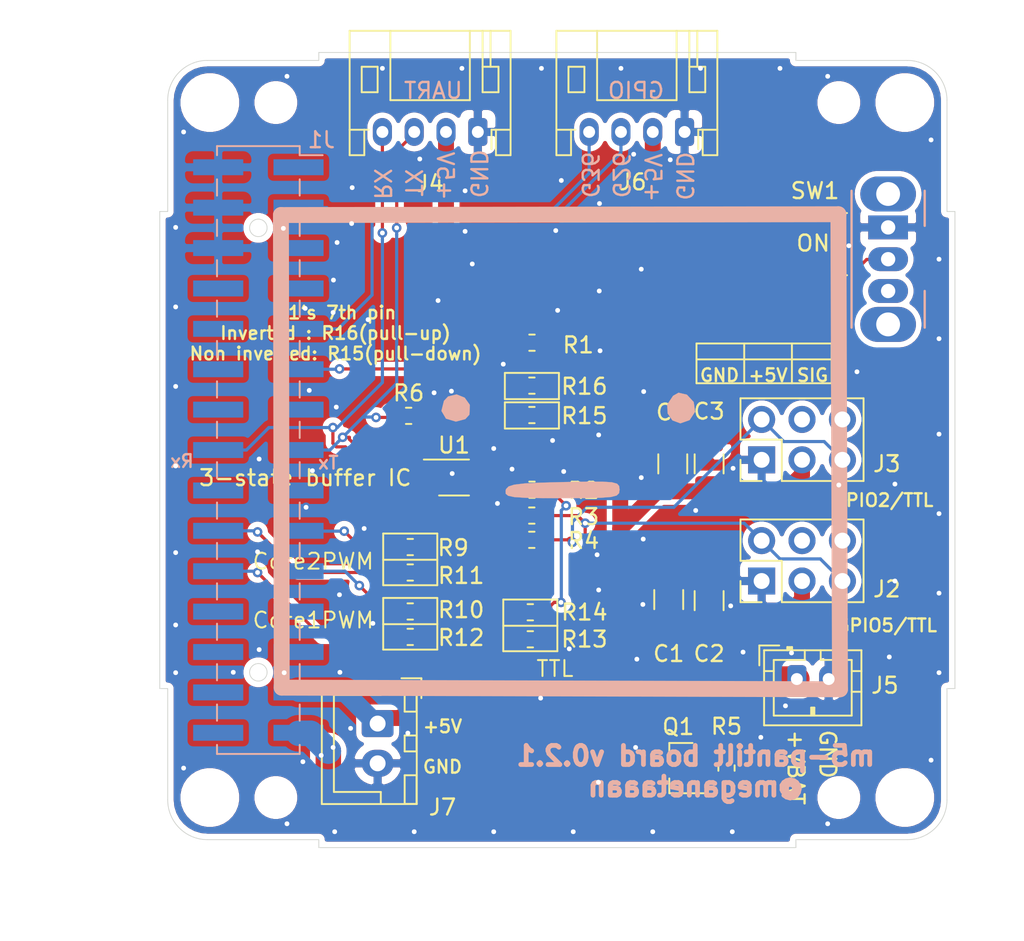
<source format=kicad_pcb>
(kicad_pcb (version 20171130) (host pcbnew 5.1.5+dfsg1-2build2)
  (title_block (title M5PanTilt) (date 2021-06-08) (rev 1))
  (layers (0 F.Cu signal) (31 B.Cu signal) (34 B.Paste user) (35 F.Paste user) (36 B.SilkS user) (37 F.SilkS user) (38 B.Mask user) (39 F.Mask user) (44 Edge.Cuts user))
  (net 0 "")
  (net 1 GND)
  (net 2 +5V)
  (net 3 "Net-(J1-Pad1)")
  (net 4 /PORTB2)
  (net 5 "Net-(J1-Pad5)")
  (net 6 "Net-(J1-Pad7)")
  (net 7 "Net-(J1-Pad8)")
  (net 8 /PORTB1)
  (net 9 "Net-(J1-Pad10)")
  (net 10 +3V3)
  (net 11 "Net-(J1-Pad12)")
  (net 12 "Net-(J1-Pad13)")
  (net 13 "Net-(J1-Pad14)")
  (net 14 /TXD2)
  (net 15 /RXD2)
  (net 16 "Net-(J1-Pad17)")
  (net 17 "Net-(J1-Pad18)")
  (net 18 "Net-(J1-Pad23)")
  (net 19 "Net-(J1-Pad24)")
  (net 20 "Net-(J1-Pad25)")
  (net 21 "Net-(J1-Pad26)")
  (net 22 "Net-(J1-Pad28)")
  (net 23 "Net-(J1-Pad30)")
  (net 24 "Net-(J2-Pad2)")
  (net 25 "Net-(J2-Pad4)")
  (net 26 "Net-(J2-Pad6)")
  (net 27 "Net-(J3-Pad4)")
  (net 28 "Net-(J3-Pad6)")
  (net 29 "Net-(J5-Pad1)")
  (net 30 "Net-(R1-Pad2)")
  (net 31 /PWM1)
  (net 32 "Net-(J3-Pad2)")
  (net 33 /PWM2)
  (net 34 /PWM2_C2)
  (net 35 /PWM1_C2)
  (net 36 /PWM2_C1)
  (net 37 /PWM1_C1)
  (net 38 "Net-(Q1-Pad1)")
  (net 39 "Net-(SW1-Pad3)")
  (net 40 "Net-(J1-Pad29)")
  (net 41 "Net-(R14-Pad1)")
  (net 42 "Net-(R15-Pad1)")
  (module m5-pantilt:avatar_small (layer B.Cu) (at 125.7048 74.5492 180)
    (fp_text reference LOGO hide)
    (fp_text value LOGO hide)
  )
  (module m5-pantilt:NL27WZ125USG (layer F.Cu) (at 118.504 76.7282)
    (fp_text reference U1 (at -0.004 -2.0282 180) (layer F.SilkS))
    (fp_text value TC7WH241FK hide)
    (pad 8 smd rect (at 1.55575 -0.750001) (size 0.8001 0.254) (layers F.Cu F.Paste F.Mask) (net 10 +3V3))
    (pad 7 smd rect (at 1.55575 -0.25) (size 0.8001 0.254) (layers F.Cu F.Paste F.Mask) (net 42 "Net-(R15-Pad1)"))
    (pad 6 smd rect (at 1.55575 0.25) (size 0.8001 0.254) (layers F.Cu F.Paste F.Mask) (net 30 "Net-(R1-Pad2)"))
    (pad 5 smd rect (at 1.55575 0.750001) (size 0.8001 0.254) (layers F.Cu F.Paste F.Mask) (net 30 "Net-(R1-Pad2)"))
    (pad 4 smd rect (at -1.55575 0.750001) (size 0.8001 0.254) (layers F.Cu F.Paste F.Mask) (net 1 GND))
    (pad 3 smd rect (at -1.55575 0.25) (size 0.8001 0.254) (layers F.Cu F.Paste F.Mask) (net 15 /RXD2))
    (pad 2 smd rect (at -1.55575 -0.25) (size 0.8001 0.254) (layers F.Cu F.Paste F.Mask) (net 1 GND))
    (pad 1 smd rect (at -1.55575 -0.750001) (size 0.8001 0.254) (layers F.Cu F.Paste F.Mask) (net 14 /TXD2))
  )
  (module Connector_PinHeader_2.54mm:PinHeader_2x03_P2.54mm_Vertical (layer F.Cu) (at 137.846 83.236 90)
    (fp_text reference J2 (at -0.508 7.874) (layer F.SilkS))
    (fp_text value Conn_02x03_Odd_Even)
    (pad 1 thru_hole rect (at 0 0 90) (size 1.7 1.7) (drill 1) (layers *.Cu *.Mask) (net 1 GND))
    (pad 2 thru_hole oval (at 2.54 0 90) (size 1.7 1.7) (drill 1) (layers *.Cu *.Mask) (net 24 "Net-(J2-Pad2)"))
    (pad 3 thru_hole oval (at 0 2.54 90) (size 1.7 1.7) (drill 1) (layers *.Cu *.Mask) (net 2 +5V))
    (pad 4 thru_hole oval (at 2.54 2.54 90) (size 1.7 1.7) (drill 1) (layers *.Cu *.Mask) (net 25 "Net-(J2-Pad4)"))
    (pad 5 thru_hole oval (at 0 5.08 90) (size 1.7 1.7) (drill 1) (layers *.Cu *.Mask) (net 24 "Net-(J2-Pad2)"))
    (pad 6 thru_hole oval (at 2.54 5.08 90) (size 1.7 1.7) (drill 1) (layers *.Cu *.Mask) (net 26 "Net-(J2-Pad6)"))
  )
  (module m5-pantilt:mountinghole_M2_M3 (layer F.Cu) (at 146.8 53.25)
    (fp_text reference Hole1)
    (fp_text value mountinghole_M2_M3)
    (pad "" np_thru_hole circle (at 0.05 -0.1) (size 3 3) (drill 3) (layers *.Cu *.Mask))
    (pad "" np_thru_hole circle (at -4.1 -0.1) (size 2 2) (drill 2) (layers *.Cu *.Mask))
  )
  (module m5-pantilt:mountinghole_M2_M3 (layer F.Cu) (at 146.8 96.95)
    (fp_text reference Hole2)
    (fp_text value mountinghole_M2_M3)
    (pad "" np_thru_hole circle (at 0.05 -0.1) (size 3 3) (drill 3) (layers *.Cu *.Mask))
    (pad "" np_thru_hole circle (at -4.1 -0.1) (size 2 2) (drill 2) (layers *.Cu *.Mask))
  )
  (module m5-pantilt:mountinghole_M2_M3 (layer F.Cu) (at 103.2 96.75 180)
    (fp_text reference Hole3)
    (fp_text value mountinghole_M2_M3)
    (pad "" np_thru_hole circle (at 0.05 -0.1 180) (size 3 3) (drill 3) (layers *.Cu *.Mask))
    (pad "" np_thru_hole circle (at -4.1 -0.1 180) (size 2 2) (drill 2) (layers *.Cu *.Mask))
  )
  (module m5-pantilt:mountinghole_M2_M3 (layer F.Cu) (at 103.2 53.05 180)
    (fp_text reference Hole4)
    (fp_text value mountinghole_M2_M3)
    (pad "" np_thru_hole circle (at 0.05 -0.1 180) (size 3 3) (drill 3) (layers *.Cu *.Mask))
    (pad "" np_thru_hole circle (at -4.1 -0.1 180) (size 2 2) (drill 2) (layers *.Cu *.Mask))
  )
  (module Connector_JST:JST_PH_S4B-PH-K_1x04_P2.00mm_Horizontal (layer F.Cu) (at 133 55 180)
    (fp_text reference J6 (at 3.25 -3.15) (layer F.SilkS))
    (fp_text value Conn_01x04)
    (pad 4 thru_hole oval (at 6 0 180) (size 1.2 1.75) (drill 0.75) (layers *.Cu *.Mask) (net 4 /PORTB2))
    (pad 3 thru_hole oval (at 4 0 180) (size 1.2 1.75) (drill 0.75) (layers *.Cu *.Mask) (net 8 /PORTB1))
    (pad 2 thru_hole oval (at 2 0 180) (size 1.2 1.75) (drill 0.75) (layers *.Cu *.Mask) (net 2 +5V))
    (pad 1 thru_hole roundrect (at 0 0 180) (size 1.2 1.75) (drill 0.75) (layers *.Cu *.Mask) (roundrect_rratio 0.208333) (net 1 GND))
  )
  (module Connector_PinHeader_2.54mm:PinHeader_2x15_P2.54mm_Vertical_SMD (layer B.Cu) (at 106.2 75 180)
    (fp_text reference J1 (at -3.96 19.5008) (layer B.SilkS) (effects (justify mirror)))
    (fp_text value Conn_02x15_Odd_Even)
    (pad 30 smd rect (at 2.525 -17.78 180) (size 3.15 1) (layers B.Cu B.Paste B.Mask) (net 23 "Net-(J1-Pad30)"))
    (pad 29 smd rect (at -2.525 -17.78 180) (size 3.15 1) (layers B.Cu B.Paste B.Mask) (net 40 "Net-(J1-Pad29)"))
    (pad 28 smd rect (at 2.525 -15.24 180) (size 3.15 1) (layers B.Cu B.Paste B.Mask) (net 22 "Net-(J1-Pad28)"))
    (pad 27 smd rect (at -2.525 -15.24 180) (size 3.15 1) (layers B.Cu B.Paste B.Mask) (net 2 +5V))
    (pad 26 smd rect (at 2.525 -12.7 180) (size 3.15 1) (layers B.Cu B.Paste B.Mask) (net 21 "Net-(J1-Pad26)"))
    (pad 25 smd rect (at -2.525 -12.7 180) (size 3.15 1) (layers B.Cu B.Paste B.Mask) (net 20 "Net-(J1-Pad25)"))
    (pad 24 smd rect (at 2.525 -10.16 180) (size 3.15 1) (layers B.Cu B.Paste B.Mask) (net 19 "Net-(J1-Pad24)"))
    (pad 23 smd rect (at -2.525 -10.16 180) (size 3.15 1) (layers B.Cu B.Paste B.Mask) (net 18 "Net-(J1-Pad23)"))
    (pad 22 smd rect (at 2.525 -7.62 180) (size 3.15 1) (layers B.Cu B.Paste B.Mask) (net 34 /PWM2_C2))
    (pad 21 smd rect (at -2.525 -7.62 180) (size 3.15 1) (layers B.Cu B.Paste B.Mask) (net 35 /PWM1_C2))
    (pad 20 smd rect (at 2.525 -5.08 180) (size 3.15 1) (layers B.Cu B.Paste B.Mask) (net 36 /PWM2_C1))
    (pad 19 smd rect (at -2.525 -5.08 180) (size 3.15 1) (layers B.Cu B.Paste B.Mask) (net 37 /PWM1_C1))
    (pad 18 smd rect (at 2.525 -2.54 180) (size 3.15 1) (layers B.Cu B.Paste B.Mask) (net 17 "Net-(J1-Pad18)"))
    (pad 17 smd rect (at -2.525 -2.54 180) (size 3.15 1) (layers B.Cu B.Paste B.Mask) (net 16 "Net-(J1-Pad17)"))
    (pad 16 smd rect (at 2.525 0 180) (size 3.15 1) (layers B.Cu B.Paste B.Mask) (net 15 /RXD2))
    (pad 15 smd rect (at -2.525 0 180) (size 3.15 1) (layers B.Cu B.Paste B.Mask) (net 14 /TXD2))
    (pad 14 smd rect (at 2.525 2.54 180) (size 3.15 1) (layers B.Cu B.Paste B.Mask) (net 13 "Net-(J1-Pad14)"))
    (pad 13 smd rect (at -2.525 2.54 180) (size 3.15 1) (layers B.Cu B.Paste B.Mask) (net 12 "Net-(J1-Pad13)"))
    (pad 12 smd rect (at 2.525 5.08 180) (size 3.15 1) (layers B.Cu B.Paste B.Mask) (net 11 "Net-(J1-Pad12)"))
    (pad 11 smd rect (at -2.525 5.08 180) (size 3.15 1) (layers B.Cu B.Paste B.Mask) (net 10 +3V3))
    (pad 10 smd rect (at 2.525 7.62 180) (size 3.15 1) (layers B.Cu B.Paste B.Mask) (net 9 "Net-(J1-Pad10)"))
    (pad 9 smd rect (at -2.525 7.62 180) (size 3.15 1) (layers B.Cu B.Paste B.Mask) (net 8 /PORTB1))
    (pad 8 smd rect (at 2.525 10.16 180) (size 3.15 1) (layers B.Cu B.Paste B.Mask) (net 7 "Net-(J1-Pad8)"))
    (pad 7 smd rect (at -2.525 10.16 180) (size 3.15 1) (layers B.Cu B.Paste B.Mask) (net 6 "Net-(J1-Pad7)"))
    (pad 6 smd rect (at 2.525 12.7 180) (size 3.15 1) (layers B.Cu B.Paste B.Mask) (net 1 GND))
    (pad 5 smd rect (at -2.525 12.7 180) (size 3.15 1) (layers B.Cu B.Paste B.Mask) (net 5 "Net-(J1-Pad5)"))
    (pad 4 smd rect (at 2.525 15.24 180) (size 3.15 1) (layers B.Cu B.Paste B.Mask) (net 1 GND))
    (pad 3 smd rect (at -2.525 15.24 180) (size 3.15 1) (layers B.Cu B.Paste B.Mask) (net 4 /PORTB2))
    (pad 2 smd rect (at 2.525 17.78 180) (size 3.15 1) (layers B.Cu B.Paste B.Mask) (net 1 GND))
    (pad 1 smd rect (at -2.525 17.78 180) (size 3.15 1) (layers B.Cu B.Paste B.Mask) (net 3 "Net-(J1-Pad1)"))
  )
  (module Resistor_SMD:R_0603_1608Metric_Pad1.05x0.95mm_HandSolder (layer F.Cu) (at 123.406 68.25)
    (fp_text reference R1 (at 2.9084 0.1498) (layer F.SilkS))
    (fp_text value 1k)
    (pad 2 smd roundrect (at 0.875 0) (size 1.05 0.95) (layers F.Cu F.Paste F.Mask) (net 30 "Net-(R1-Pad2)"))
    (pad 1 smd roundrect (at -0.875 0) (size 1.05 0.95) (layers F.Cu F.Paste F.Mask) (net 10 +3V3))
  )
  (module Resistor_SMD:R_0603_1608Metric_Pad1.05x0.95mm_HandSolder (layer F.Cu) (at 123.406 77.4956 180)
    (fp_text reference R2 (at -3.244 -0.0544) (layer F.SilkS))
    (fp_text value 100)
    (pad 1 smd roundrect (at -0.875 0 180) (size 1.05 0.95) (layers F.Cu F.Paste F.Mask) (net 41 "Net-(R14-Pad1)"))
    (pad 2 smd roundrect (at 0.875 0 180) (size 1.05 0.95) (layers F.Cu F.Paste F.Mask) (net 30 "Net-(R1-Pad2)"))
  )
  (module Connector_PinHeader_2.54mm:PinHeader_2x03_P2.54mm_Vertical (layer F.Cu) (at 137.846 75.616 90)
    (fp_text reference J3 (at -0.254 7.874) (layer F.SilkS))
    (fp_text value Conn_02x03_Odd_Even)
    (pad 1 thru_hole rect (at 0 0 90) (size 1.7 1.7) (drill 1) (layers *.Cu *.Mask) (net 1 GND))
    (pad 2 thru_hole oval (at 2.54 0 90) (size 1.7 1.7) (drill 1) (layers *.Cu *.Mask) (net 32 "Net-(J3-Pad2)"))
    (pad 3 thru_hole oval (at 0 2.54 90) (size 1.7 1.7) (drill 1) (layers *.Cu *.Mask) (net 2 +5V))
    (pad 4 thru_hole oval (at 2.54 2.54 90) (size 1.7 1.7) (drill 1) (layers *.Cu *.Mask) (net 27 "Net-(J3-Pad4)"))
    (pad 5 thru_hole oval (at 0 5.08 90) (size 1.7 1.7) (drill 1) (layers *.Cu *.Mask) (net 32 "Net-(J3-Pad2)"))
    (pad 6 thru_hole oval (at 2.54 5.08 90) (size 1.7 1.7) (drill 1) (layers *.Cu *.Mask) (net 28 "Net-(J3-Pad6)"))
  )
  (module Connector_JST:JST_PH_B2B-PH-K_1x02_P2.00mm_Vertical (layer F.Cu) (at 140.06 89.4)
    (fp_text reference J5 (at 5.54 0.4) (layer F.SilkS))
    (fp_text value BAT)
    (pad 1 thru_hole roundrect (at 0 0) (size 1.2 1.75) (drill 0.75) (layers *.Cu *.Mask) (roundrect_rratio 0.208333) (net 29 "Net-(J5-Pad1)"))
    (pad 2 thru_hole oval (at 2 0) (size 1.2 1.75) (drill 0.75) (layers *.Cu *.Mask) (net 1 GND))
  )
  (module Connector_JST:JST_PH_S4B-PH-K_1x04_P2.00mm_Horizontal (layer F.Cu) (at 120 55 180)
    (fp_text reference J4 (at 3 -3.25) (layer F.SilkS))
    (fp_text value Conn_01x04)
    (pad 1 thru_hole roundrect (at 0 0 180) (size 1.2 1.75) (drill 0.75) (layers *.Cu *.Mask) (roundrect_rratio 0.208333) (net 1 GND))
    (pad 2 thru_hole oval (at 2 0 180) (size 1.2 1.75) (drill 0.75) (layers *.Cu *.Mask) (net 2 +5V))
    (pad 3 thru_hole oval (at 4 0 180) (size 1.2 1.75) (drill 0.75) (layers *.Cu *.Mask) (net 14 /TXD2))
    (pad 4 thru_hole oval (at 6 0 180) (size 1.2 1.75) (drill 0.75) (layers *.Cu *.Mask) (net 15 /RXD2))
  )
  (module Resistor_SMD:R_0603_1608Metric_Pad1.05x0.95mm_HandSolder (layer F.Cu) (at 123.3934 79.1212 180)
    (fp_text reference R3 (at -3.2566 -0.0788) (layer F.SilkS))
    (fp_text value 1k)
    (pad 1 smd roundrect (at -0.875 0 180) (size 1.05 0.95) (layers F.Cu F.Paste F.Mask) (net 24 "Net-(J2-Pad2)"))
    (pad 2 smd roundrect (at 0.875 0 180) (size 1.05 0.95) (layers F.Cu F.Paste F.Mask) (net 31 /PWM1))
  )
  (module Resistor_SMD:R_0603_1608Metric_Pad1.05x0.95mm_HandSolder (layer F.Cu) (at 123.3934 80.6452 180)
    (fp_text reference R4 (at -3.2566 -0.0548) (layer F.SilkS))
    (fp_text value 1k)
    (pad 2 smd roundrect (at 0.875 0 180) (size 1.05 0.95) (layers F.Cu F.Paste F.Mask) (net 33 /PWM2))
    (pad 1 smd roundrect (at -0.875 0 180) (size 1.05 0.95) (layers F.Cu F.Paste F.Mask) (net 32 "Net-(J3-Pad2)"))
  )
  (module Connector_JST:JST_XH_B2B-XH-A_1x02_P2.50mm_Vertical (layer F.Cu) (at 113.7 92.2 270)
    (fp_text reference J7 (at 5.26 -4.08 180) (layer F.SilkS))
    (fp_text value 5V_POWER)
    (pad 1 thru_hole roundrect (at 0 0 270) (size 1.7 2) (drill 1) (layers *.Cu *.Mask) (roundrect_rratio 0.147059) (net 2 +5V))
    (pad 2 thru_hole oval (at 2.5 0 270) (size 1.7 2) (drill 1) (layers *.Cu *.Mask) (net 1 GND))
  )
  (module Capacitor_SMD:C_1206_3216Metric_Pad1.42x1.75mm_HandSolder (layer F.Cu) (at 134.544 84.4695 270)
    (fp_text reference C2 (at 3.3385 0 180) (layer F.SilkS))
    (fp_text value 100u)
    (pad 2 smd roundrect (at 1.4875 0 270) (size 1.425 1.75) (layers F.Cu F.Paste F.Mask) (roundrect_rratio 0.175439) (net 2 +5V))
    (pad 1 smd roundrect (at -1.4875 0 270) (size 1.425 1.75) (layers F.Cu F.Paste F.Mask) (roundrect_rratio 0.175439) (net 1 GND))
  )
  (module Capacitor_SMD:C_1206_3216Metric_Pad1.42x1.75mm_HandSolder (layer F.Cu) (at 134.544 75.87 90)
    (fp_text reference C3 (at 3.302 0) (layer F.SilkS))
    (fp_text value 100u)
    (pad 2 smd roundrect (at 1.4875 0 90) (size 1.425 1.75) (layers F.Cu F.Paste F.Mask) (roundrect_rratio 0.175439) (net 1 GND))
    (pad 1 smd roundrect (at -1.4875 0 90) (size 1.425 1.75) (layers F.Cu F.Paste F.Mask) (roundrect_rratio 0.175439) (net 2 +5V))
  )
  (module Capacitor_SMD:C_1206_3216Metric_Pad1.42x1.75mm_HandSolder (layer F.Cu) (at 132.258 75.87 270)
    (fp_text reference C4 (at -3.243401 0.074199) (layer F.SilkS))
    (fp_text value 100u)
    (pad 1 smd roundrect (at -1.4875 0 270) (size 1.425 1.75) (layers F.Cu F.Paste F.Mask) (roundrect_rratio 0.175439) (net 1 GND))
    (pad 2 smd roundrect (at 1.4875 0 270) (size 1.425 1.75) (layers F.Cu F.Paste F.Mask) (roundrect_rratio 0.175439) (net 2 +5V))
  )
  (module Capacitor_SMD:C_1206_3216Metric_Pad1.42x1.75mm_HandSolder (layer F.Cu) (at 132.004 84.4044 270)
    (fp_text reference C1 (at 3.4036 0 180) (layer F.SilkS))
    (fp_text value 100u)
    (pad 2 smd roundrect (at 1.4875 0 270) (size 1.425 1.75) (layers F.Cu F.Paste F.Mask) (roundrect_rratio 0.175439) (net 2 +5V))
    (pad 1 smd roundrect (at -1.4875 0 270) (size 1.425 1.75) (layers F.Cu F.Paste F.Mask) (roundrect_rratio 0.175439) (net 1 GND))
  )
  (module Button_Switch_THT:SW_CuK_OS102011MA1QN1_SPDT_Angled (layer B.Cu) (at 145.8 61 270)
    (fp_text reference SW1 (at -2.3 4.6) (layer F.SilkS))
    (fp_text value SW_SPDT)
    (pad "" thru_hole oval (at 6.1 0 270) (size 2.2 3.5) (drill 1.5) (layers *.Cu *.Mask))
    (pad "" thru_hole oval (at -2.1 0 270) (size 2.2 3.5) (drill 1.5) (layers *.Cu *.Mask))
    (pad 3 thru_hole oval (at 4 0 270) (size 1.5 2.5) (drill 0.9) (layers *.Cu *.Mask) (net 39 "Net-(SW1-Pad3)"))
    (pad 2 thru_hole oval (at 2 0 270) (size 1.5 2.5) (drill 0.9) (layers *.Cu *.Mask) (net 38 "Net-(Q1-Pad1)"))
    (pad 1 thru_hole rect (at 0 0 270) (size 1.5 2.5) (drill 0.9) (layers *.Cu *.Mask) (net 1 GND))
  )
  (module Package_TO_SOT_SMD:SOT-23 (layer F.Cu) (at 132.8 95 180)
    (fp_text reference Q1 (at 0.2 2.6) (layer F.SilkS))
    (fp_text value IRLML6402)
    (pad 1 smd rect (at -1 -0.95 180) (size 0.9 0.8) (layers F.Cu F.Paste F.Mask) (net 38 "Net-(Q1-Pad1)"))
    (pad 2 smd rect (at -1 0.95 180) (size 0.9 0.8) (layers F.Cu F.Paste F.Mask) (net 29 "Net-(J5-Pad1)"))
    (pad 3 smd rect (at 1 0 180) (size 0.9 0.8) (layers F.Cu F.Paste F.Mask) (net 40 "Net-(J1-Pad29)"))
  )
  (module Resistor_SMD:R_0603_1608Metric_Pad1.05x0.95mm_HandSolder (layer F.Cu) (at 135.6362 94.9962 90)
    (fp_text reference R5 (at 2.6162 0 180) (layer F.SilkS))
    (fp_text value 47k)
    (pad 1 smd roundrect (at -0.875 0 90) (size 1.05 0.95) (layers F.Cu F.Paste F.Mask) (net 38 "Net-(Q1-Pad1)"))
    (pad 2 smd roundrect (at 0.875 0 90) (size 1.05 0.95) (layers F.Cu F.Paste F.Mask) (net 29 "Net-(J5-Pad1)"))
  )
  (module Resistor_SMD:R_0603_1608Metric_Pad1.05x0.95mm_HandSolder (layer F.Cu) (at 115.65 72.85)
    (fp_text reference R6 (at 0 -1.43) (layer F.SilkS))
    (fp_text value 10k)
    (pad 2 smd roundrect (at 0.875 0) (size 1.05 0.95) (layers F.Cu F.Paste F.Mask) (net 10 +3V3))
    (pad 1 smd roundrect (at -0.875 0) (size 1.05 0.95) (layers F.Cu F.Paste F.Mask) (net 14 /TXD2))
  )
  (module Resistor_SMD:R_0603_1608Metric_Pad1.05x0.95mm_HandSolder (layer F.Cu) (at 115.75 81.1 180)
    (fp_text reference R9 (at -2.7 -0.05) (layer F.SilkS))
    (fp_text value 0)
    (pad 1 smd roundrect (at -0.875 0 180) (size 1.05 0.95) (layers F.Cu F.Paste F.Mask) (net 31 /PWM1))
    (pad 2 smd roundrect (at 0.875 0 180) (size 1.05 0.95) (layers F.Cu F.Paste F.Mask) (net 37 /PWM1_C1))
  )
  (module Resistor_SMD:R_0603_1608Metric_Pad1.05x0.95mm_HandSolder (layer F.Cu) (at 115.75 85.15 180)
    (fp_text reference R10 (at -3.2 0.1) (layer F.SilkS))
    (fp_text value 0)
    (pad 2 smd roundrect (at 0.875 0 180) (size 1.05 0.95) (layers F.Cu F.Paste F.Mask) (net 35 /PWM1_C2))
    (pad 1 smd roundrect (at -0.875 0 180) (size 1.05 0.95) (layers F.Cu F.Paste F.Mask) (net 31 /PWM1))
  )
  (module Resistor_SMD:R_0603_1608Metric_Pad1.05x0.95mm_HandSolder (layer F.Cu) (at 115.75 82.7 180)
    (fp_text reference R11 (at -3.2 -0.2) (layer F.SilkS))
    (fp_text value 0)
    (pad 1 smd roundrect (at -0.875 0 180) (size 1.05 0.95) (layers F.Cu F.Paste F.Mask) (net 33 /PWM2))
    (pad 2 smd roundrect (at 0.875 0 180) (size 1.05 0.95) (layers F.Cu F.Paste F.Mask) (net 36 /PWM2_C1))
  )
  (module Resistor_SMD:R_0603_1608Metric_Pad1.05x0.95mm_HandSolder (layer F.Cu) (at 115.75 86.75 180)
    (fp_text reference R12 (at -3.2 -0.05) (layer F.SilkS))
    (fp_text value 0)
    (pad 2 smd roundrect (at 0.875 0 180) (size 1.05 0.95) (layers F.Cu F.Paste F.Mask) (net 34 /PWM2_C2))
    (pad 1 smd roundrect (at -0.875 0 180) (size 1.05 0.95) (layers F.Cu F.Paste F.Mask) (net 33 /PWM2))
  )
  (module Resistor_SMD:R_0603_1608Metric_Pad1.05x0.95mm_HandSolder (layer F.Cu) (at 123.3 86.9)
    (fp_text reference R13 (at 3.4 0) (layer F.SilkS))
    (fp_text value 0)
    (pad 2 smd roundrect (at 0.875 0) (size 1.05 0.95) (layers F.Cu F.Paste F.Mask) (net 24 "Net-(J2-Pad2)"))
    (pad 1 smd roundrect (at -0.875 0) (size 1.05 0.95) (layers F.Cu F.Paste F.Mask) (net 32 "Net-(J3-Pad2)"))
  )
  (module Resistor_SMD:R_0603_1608Metric_Pad1.05x0.95mm_HandSolder (layer F.Cu) (at 123.3 85.2 180)
    (fp_text reference R14 (at -3.4 0) (layer F.SilkS))
    (fp_text value 0)
    (pad 2 smd roundrect (at 0.875 0 180) (size 1.05 0.95) (layers F.Cu F.Paste F.Mask) (net 32 "Net-(J3-Pad2)"))
    (pad 1 smd roundrect (at -0.875 0 180) (size 1.05 0.95) (layers F.Cu F.Paste F.Mask) (net 41 "Net-(R14-Pad1)"))
  )
  (module Resistor_SMD:R_0603_1608Metric_Pad1.05x0.95mm_HandSolder (layer F.Cu) (at 123.4 72.8)
    (fp_text reference R15 (at 3.3 0.05) (layer F.SilkS))
    (fp_text value 0)
    (pad 1 smd roundrect (at -0.875 0) (size 1.05 0.95) (layers F.Cu F.Paste F.Mask) (net 42 "Net-(R15-Pad1)"))
    (pad 2 smd roundrect (at 0.875 0) (size 1.05 0.95) (layers F.Cu F.Paste F.Mask) (net 1 GND))
  )
  (module Resistor_SMD:R_0603_1608Metric_Pad1.05x0.95mm_HandSolder (layer F.Cu) (at 123.4 70.95 180)
    (fp_text reference R16 (at -3.3 -0.05) (layer F.SilkS))
    (fp_text value 0)
    (pad 2 smd roundrect (at 0.875 0 180) (size 1.05 0.95) (layers F.Cu F.Paste F.Mask) (net 42 "Net-(R15-Pad1)"))
    (pad 1 smd roundrect (at -0.875 0 180) (size 1.05 0.95) (layers F.Cu F.Paste F.Mask) (net 10 +3V3))
  )
  (gr_line (start 121.7 73.65) (end 125.1 73.65) (layer F.SilkS) (width 0.12))
  (gr_line (start 121.7 73.65) (end 121.7 72) (layer F.SilkS) (width 0.12))
  (gr_line (start 125.1 72) (end 125.1 73.65) (layer F.SilkS) (width 0.12))
  (gr_line (start 121.7 72) (end 125.1 72) (layer F.SilkS) (width 0.12))
  (gr_line (start 121.7 71.8) (end 125.1 71.8) (layer F.SilkS) (width 0.12))
  (gr_line (start 121.7 71.8) (end 121.7 70.15) (layer F.SilkS) (width 0.12))
  (gr_line (start 121.7 70.15) (end 125.1 70.15) (layer F.SilkS) (width 0.12))
  (gr_line (start 125.1 70.15) (end 125.1 71.8) (layer F.SilkS) (width 0.12))
  (gr_line (start 117.45 80.25) (end 117.45 83.5) (layer F.SilkS) (width 0.12))
  (gr_line (start 117.45 83.5) (end 114.05 83.5) (layer F.SilkS) (width 0.12))
  (gr_line (start 114.05 80.25) (end 117.45 80.25) (layer F.SilkS) (width 0.12))
  (gr_line (start 114.05 81.9) (end 117.45 81.9) (layer F.SilkS) (width 0.12))
  (gr_line (start 114.05 83.5) (end 114.05 80.25) (layer F.SilkS) (width 0.12))
  (gr_line (start 114.05 87.55) (end 114.05 84.3) (layer F.SilkS) (width 0.12))
  (gr_line (start 117.45 84.3) (end 117.45 87.55) (layer F.SilkS) (width 0.12))
  (gr_line (start 117.45 87.55) (end 114.05 87.55) (layer F.SilkS) (width 0.12))
  (gr_line (start 114.05 85.95) (end 117.45 85.95) (layer F.SilkS) (width 0.12))
  (gr_line (start 114.05 84.3) (end 117.45 84.3) (layer F.SilkS) (width 0.12))
  (gr_line (start 121.6 86.05) (end 125 86.05) (layer F.SilkS) (width 0.12))
  (gr_line (start 121.6 87.65) (end 121.6 84.4) (layer F.SilkS) (width 0.12))
  (gr_line (start 125 87.65) (end 121.6 87.65) (layer F.SilkS) (width 0.12))
  (gr_line (start 125 84.4) (end 125 87.65) (layer F.SilkS) (width 0.12))
  (gr_line (start 121.6 84.4) (end 125 84.4) (layer F.SilkS) (width 0.12))
  (gr_line (start 136.75 68.3) (end 136.75 70.8) (layer F.SilkS) (width 0.12))
  (gr_line (start 139.75 68.3) (end 139.75 70.8) (layer F.SilkS) (width 0.12))
  (gr_line (start 133.75 69.3) (end 142.25 69.3) (layer F.SilkS) (width 0.12))
  (gr_line (start 133.75 68.3) (end 133.75 70.8) (layer F.SilkS) (width 0.12))
  (gr_line (start 142.25 68.3) (end 133.75 68.3) (layer F.SilkS) (width 0.12))
  (gr_line (start 142.25 70.8) (end 142.25 68.3) (layer F.SilkS) (width 0.12))
  (gr_line (start 133.75 70.8) (end 142.25 70.8) (layer F.SilkS) (width 0.12))
  (gr_text "GND +5V SIG" (at 138 70.3) (layer F.SilkS) (effects (font (size 0.8 0.8))))
  (gr_text GND (at 133 59.4 270) (layer B.SilkS) (effects (font (size 1 1)) (justify left mirror)))
  (gr_text +5V (at 131 59.5 270) (layer B.SilkS) (effects (font (size 1 1)) (justify left mirror)))
  (gr_text G36 (at 127.05 59.25 270) (layer B.SilkS) (effects (font (size 1 1)) (justify left mirror)))
  (gr_text G26 (at 129 59.25 270) (layer B.SilkS) (effects (font (size 1 1)) (justify left mirror)))
  (gr_text GND (at 120.05 59.25 270) (layer B.SilkS) (effects (font (size 1 1)) (justify left mirror)))
  (gr_text +5V (at 117.95 59.4 270) (layer B.SilkS) (effects (font (size 1 1)) (justify left mirror)))
  (gr_text RX (at 114 59.35 270) (layer B.SilkS) (effects (font (size 1 1)) (justify left mirror)))
  (gr_text TX (at 115.95 59.15 270) (layer B.SilkS) (effects (font (size 1 1)) (justify left mirror)))
  (gr_text "3-state buffer IC" (at 109.15 76.75) (layer F.SilkS) (effects (font (size 1 1))))
  (gr_text ON (at 141.084 61.9984) (layer F.SilkS) (effects (font (size 1 1))))
  (gr_line (start 142.579 60.0984) (end 143.214 60.0984) (layer F.SilkS) (width 0.12))
  (gr_line (start 142.579 64.0084) (end 142.579 60.0984) (layer F.SilkS) (width 0.12))
  (gr_line (start 143.214 64.0084) (end 142.579 64.0084) (layer F.SilkS) (width 0.12))
  (gr_text GND (at 142 92.5 270) (layer F.SilkS) (effects (font (size 1 1)) (justify left)))
  (gr_text +VBAT (at 140 92.5 270) (layer F.SilkS) (effects (font (size 1 1)) (justify left)))
  (gr_text GND (at 117.78 94.92) (layer F.SilkS) (effects (font (size 0.8 0.8))))
  (gr_text +5V (at 117.78 92.38) (layer F.SilkS) (effects (font (size 0.8 0.8))))
  (gr_text UART (at 117.2 52.4) (layer B.SilkS) (effects (font (size 1 1)) (justify mirror)))
  (gr_text GPIO (at 129.95 52.4) (layer B.SilkS) (effects (font (size 1 1)) (justify mirror)))
  (gr_text "U1's 7th pin\nInverted : R16(pull-up)\nNon inverted: R15(pull-down)" (at 111.05 67.65) (layer F.SilkS) (effects (font (size 0.8 0.8))))
  (gr_text Core1PWM (at 109.65 85.7) (layer F.SilkS) (effects (font (size 1 1) (thickness 0.125))))
  (gr_text Core2PWM (at 109.65 82) (layer F.SilkS) (effects (font (size 1 1) (thickness 0.125))))
  (gr_text Rx (at 101.4 75.7) (layer B.SilkS) (effects (font (size 0.8 0.8)) (justify mirror)))
  (gr_text Tx (at 110.6 75.8) (layer B.SilkS) (effects (font (size 0.8 0.8)) (justify mirror)))
  (gr_text GPIO5/TTL (at 145.72 86.03) (layer F.SilkS) (effects (font (size 0.8 0.8))))
  (gr_text GPIO2/TTL (at 145.4914 78.156) (layer F.SilkS) (effects (font (size 0.8 0.8))))
  (gr_circle (center 106.2 88.9764) (end 106.75 88.9764) (layer Edge.Cuts) (width 0.05))
  (gr_circle (center 106.2 61.029563) (end 106.75 61.029563) (layer Edge.Cuts) (width 0.05))
  (gr_line (start 107.6708 89.9416) (end 107.62 60.2236) (layer B.SilkS) (width 1))
  (gr_line (start 142.7736 90.0432) (end 107.6708 89.9416) (layer B.SilkS) (width 1))
  (gr_line (start 142.672 60.1728) (end 142.7736 90.0432) (layer B.SilkS) (width 1))
  (gr_line (start 107.62 60.2236) (end 142.672 60.1728) (layer B.SilkS) (width 1))
  (gr_text TTL (at 124.85 88.75) (layer F.SilkS) (effects (font (size 1 1) (thickness 0.125))))
  (gr_text "m5-pantilt board v0.2.1\n@meganetaaan" (at 133.7 95.2) (layer B.SilkS) (effects (font (size 1.2 1.2) (thickness 0.3)) (justify mirror)))
  (gr_line (start 100 90) (end 100 60) (layer Edge.Cuts) (width 0.05))
  (gr_line (start 140 100) (end 110 100) (layer Edge.Cuts) (width 0.05))
  (gr_line (start 100.5 97) (end 100.5 90) (layer Edge.Cuts) (width 0.05))
  (gr_line (start 140 50) (end 140 50.5) (layer Edge.Cuts) (width 0.05))
  (gr_arc (start 147 53) (end 149.5 53) (angle -90) (layer Edge.Cuts) (width 0.05))
  (gr_line (start 100.5 53) (end 100.5 60) (layer Edge.Cuts) (width 0.05))
  (gr_arc (start 103 53) (end 103 50.5) (angle -90) (layer Edge.Cuts) (width 0.05))
  (gr_line (start 149.5 60) (end 150 60) (layer Edge.Cuts) (width 0.05))
  (gr_line (start 149.5 90) (end 150 90) (layer Edge.Cuts) (width 0.05))
  (gr_line (start 110 50) (end 140 50) (layer Edge.Cuts) (width 0.05))
  (gr_line (start 147 50.5) (end 140 50.5) (layer Edge.Cuts) (width 0.05))
  (gr_line (start 103 50.5) (end 110 50.5) (layer Edge.Cuts) (width 0.05))
  (gr_line (start 103 99.5) (end 110 99.5) (layer Edge.Cuts) (width 0.05))
  (gr_arc (start 103 97) (end 100.5 97) (angle -90) (layer Edge.Cuts) (width 0.05))
  (gr_line (start 140 99.5) (end 140 100) (layer Edge.Cuts) (width 0.05))
  (gr_line (start 150 60) (end 150 90) (layer Edge.Cuts) (width 0.05))
  (gr_arc (start 147 97) (end 147 99.5) (angle -90) (layer Edge.Cuts) (width 0.05))
  (gr_line (start 149.5 97) (end 149.5 90) (layer Edge.Cuts) (width 0.05))
  (gr_line (start 110 50) (end 110 50.5) (layer Edge.Cuts) (width 0.05))
  (gr_line (start 100.5 90) (end 100 90) (layer Edge.Cuts) (width 0.05))
  (gr_line (start 149.5 53) (end 149.5 60) (layer Edge.Cuts) (width 0.05))
  (gr_line (start 110 99.5) (end 110 100) (layer Edge.Cuts) (width 0.05))
  (gr_line (start 147 99.5) (end 140 99.5) (layer Edge.Cuts) (width 0.05))
  (gr_line (start 100 60) (end 100.5 60) (layer Edge.Cuts) (width 0.05))
  (via (at 124.7 74.4) (size 0.6) (drill 0.3) (layers F.Cu B.Cu) (net 1))
  (segment (start 117.5483 77.478201) (end 118.548301 76.4782) (width 0.2) (layer F.Cu) (net 1))
  (segment (start 116.94825 77.478201) (end 117.5483 77.478201) (width 0.2) (layer F.Cu) (net 1))
  (segment (start 116.94825 77.478201) (end 116.3482 77.478201) (width 0.2) (layer F.Cu) (net 1))
  (via (at 139 51) (size 0.6) (drill 0.3) (layers F.Cu B.Cu) (net 1))
  (via (at 134 51) (size 0.6) (drill 0.3) (layers F.Cu B.Cu) (net 1))
  (via (at 129 51) (size 0.6) (drill 0.3) (layers F.Cu B.Cu) (net 1))
  (via (at 124 51) (size 0.6) (drill 0.3) (layers F.Cu B.Cu) (net 1))
  (via (at 119 51) (size 0.6) (drill 0.3) (layers F.Cu B.Cu) (net 1))
  (via (at 114 51) (size 0.6) (drill 0.3) (layers F.Cu B.Cu) (net 1))
  (via (at 108 51.5) (size 0.6) (drill 0.3) (layers F.Cu B.Cu) (net 1))
  (via (at 101.5 55) (size 0.6) (drill 0.3) (layers F.Cu B.Cu) (net 1))
  (via (at 148.5 55.5) (size 0.6) (drill 0.3) (layers F.Cu B.Cu) (net 1))
  (via (at 142 51.5) (size 0.6) (drill 0.3) (layers F.Cu B.Cu) (net 1))
  (via (at 101 61) (size 0.6) (drill 0.3) (layers F.Cu B.Cu) (net 1))
  (via (at 101 66) (size 0.6) (drill 0.3) (layers F.Cu B.Cu) (net 1))
  (via (at 101 71) (size 0.6) (drill 0.3) (layers F.Cu B.Cu) (net 1))
  (via (at 101 76) (size 0.6) (drill 0.3) (layers F.Cu B.Cu) (net 1))
  (via (at 101 81.45) (size 0.6) (drill 0.3) (layers F.Cu B.Cu) (net 1))
  (via (at 101 86) (size 0.6) (drill 0.3) (layers F.Cu B.Cu) (net 1))
  (via (at 101 89) (size 0.6) (drill 0.3) (layers F.Cu B.Cu) (net 1))
  (via (at 101.5 95) (size 0.6) (drill 0.3) (layers F.Cu B.Cu) (net 1))
  (via (at 108 98.5) (size 0.6) (drill 0.3) (layers F.Cu B.Cu) (net 1))
  (via (at 111 99) (size 0.6) (drill 0.3) (layers F.Cu B.Cu) (net 1))
  (via (at 116 99) (size 0.6) (drill 0.3) (layers F.Cu B.Cu) (net 1))
  (via (at 121 99) (size 0.6) (drill 0.3) (layers F.Cu B.Cu) (net 1))
  (via (at 126 99) (size 0.6) (drill 0.3) (layers F.Cu B.Cu) (net 1))
  (via (at 131 99) (size 0.6) (drill 0.3) (layers F.Cu B.Cu) (net 1))
  (via (at 136 99) (size 0.6) (drill 0.3) (layers F.Cu B.Cu) (net 1))
  (via (at 142 98.5) (size 0.6) (drill 0.3) (layers F.Cu B.Cu) (net 1))
  (via (at 148.5 94.5) (size 0.6) (drill 0.3) (layers F.Cu B.Cu) (net 1))
  (via (at 149 89) (size 0.6) (drill 0.3) (layers F.Cu B.Cu) (net 1))
  (via (at 149 84) (size 0.6) (drill 0.3) (layers F.Cu B.Cu) (net 1))
  (via (at 149 79) (size 0.6) (drill 0.3) (layers F.Cu B.Cu) (net 1))
  (via (at 149 74) (size 0.6) (drill 0.3) (layers F.Cu B.Cu) (net 1))
  (via (at 149 68) (size 0.6) (drill 0.3) (layers F.Cu B.Cu) (net 1))
  (via (at 149 63) (size 0.6) (drill 0.3) (layers F.Cu B.Cu) (net 1))
  (via (at 129.8 56.4) (size 0.6) (drill 0.3) (layers F.Cu B.Cu) (net 1))
  (via (at 110.9 66.35) (size 0.6) (drill 0.3) (layers F.Cu B.Cu) (net 1))
  (via (at 127.6 83.8) (size 0.6) (drill 0.3) (layers F.Cu B.Cu) (net 1))
  (via (at 127.6 74.05) (size 0.6) (drill 0.3) (layers F.Cu B.Cu) (net 1))
  (via (at 130.4292 71.3234) (size 0.6) (drill 0.3) (layers F.Cu B.Cu) (net 1))
  (via (at 129.9212 93.7008) (size 0.6) (drill 0.3) (layers F.Cu B.Cu) (net 1))
  (via (at 109 94.6) (size 0.6) (drill 0.3) (layers F.Cu B.Cu) (net 1))
  (via (at 143.3324 62.154) (size 0.6) (drill 0.3) (layers F.Cu B.Cu) (net 1))
  (via (at 143.8404 70.0788) (size 0.6) (drill 0.3) (layers F.Cu B.Cu) (net 1))
  (via (at 127.6352 64.9988) (size 0.6) (drill 0.3) (layers F.Cu B.Cu) (net 1))
  (via (at 119.2 61.25) (size 0.6) (drill 0.3) (layers F.Cu B.Cu) (net 1))
  (via (at 127.65 59.5) (size 0.6) (drill 0.3) (layers F.Cu B.Cu) (net 1))
  (via (at 124.9 61.2) (size 0.6) (drill 0.3) (layers F.Cu B.Cu) (net 1))
  (via (at 119.2 58.7) (size 0.6) (drill 0.3) (layers F.Cu B.Cu) (net 1))
  (via (at 112.1 58.5) (size 0.6) (drill 0.3) (layers F.Cu B.Cu) (net 1))
  (via (at 116.35 56.7) (size 0.6) (drill 0.3) (layers F.Cu B.Cu) (net 1))
  (via (at 111.15 61.95) (size 0.6) (drill 0.3) (layers F.Cu B.Cu) (net 1))
  (via (at 121.2344 78.3592) (size 0.6) (drill 0.3) (layers F.Cu B.Cu) (net 1))
  (via (at 119.65 63.3) (size 0.6) (drill 0.3) (layers F.Cu B.Cu) (net 1))
  (via (at 125.019 66.218) (size 0.6) (drill 0.3) (layers F.Cu B.Cu) (net 1))
  (via (at 127.686 68.758) (size 0.6) (drill 0.3) (layers F.Cu B.Cu) (net 1))
  (via (at 112.065 60.757) (size 0.6) (drill 0.3) (layers F.Cu B.Cu) (net 1))
  (via (at 109.144 66.091) (size 0.6) (drill 0.3) (layers F.Cu B.Cu) (net 1))
  (via (at 110.922 64.313) (size 0.6) (drill 0.3) (layers F.Cu B.Cu) (net 1))
  (via (at 130.3784 84.7092) (size 0.6) (drill 0.3) (layers F.Cu B.Cu) (net 1))
  (via (at 142.7 77.2) (size 0.6) (drill 0.3) (layers F.Cu B.Cu) (net 1))
  (via (at 146.228 77.14) (size 0.6) (drill 0.3) (layers F.Cu B.Cu) (net 1))
  (via (at 145.8724 88.0112) (size 0.6) (drill 0.3) (layers F.Cu B.Cu) (net 1))
  (via (at 130.2768 76.7336) (size 0.6) (drill 0.3) (layers F.Cu B.Cu) (net 1))
  (via (at 130.2768 63.6272) (size 0.6) (drill 0.3) (layers F.Cu B.Cu) (net 1))
  (via (at 125.4 76.35) (size 0.6) (drill 0.3) (layers F.Cu B.Cu) (net 1))
  (via (at 121 74.9048) (size 0.6) (drill 0.3) (layers F.Cu B.Cu) (net 1))
  (via (at 117.25 71.4) (size 0.6) (drill 0.3) (layers F.Cu B.Cu) (net 1))
  (via (at 113.1 66.8) (size 0.6) (drill 0.3) (layers F.Cu B.Cu) (net 1))
  (via (at 106.2484 75.5652) (size 0.6) (drill 0.3) (layers F.Cu B.Cu) (net 1))
  (via (at 111.3284 88.9764) (size 0.6) (drill 0.3) (layers F.Cu B.Cu) (net 1))
  (via (at 118.3388 71.298) (size 0.6) (drill 0.3) (layers F.Cu B.Cu) (net 1))
  (via (at 107.7724 61.0618) (size 0.6) (drill 0.3) (layers F.Cu B.Cu) (net 1))
  (via (at 107.8232 89.0018) (size 0.6) (drill 0.3) (layers F.Cu B.Cu) (net 1))
  (via (at 104.6228 88.9764) (size 0.6) (drill 0.3) (layers F.Cu B.Cu) (net 1))
  (via (at 135.9 84.8) (size 0.6) (drill 0.3) (layers F.Cu B.Cu) (net 1))
  (via (at 146.228 83.236) (size 0.6) (drill 0.3) (layers F.Cu B.Cu) (net 1))
  (via (at 127.5 81.585) (size 0.6) (drill 0.3) (layers F.Cu B.Cu) (net 1))
  (via (at 130.4 80.6) (size 0.6) (drill 0.3) (layers F.Cu B.Cu) (net 1))
  (segment (start 116.340199 77.4702) (end 116.1 77.710399) (width 0.2) (layer F.Cu) (net 1))
  (segment (start 116.1 77.710399) (end 116.1 78.3) (width 0.2) (layer F.Cu) (net 1))
  (via (at 109.6 76.3) (size 0.6) (drill 0.3) (layers F.Cu B.Cu) (net 1))
  (via (at 111.3 84.1) (size 0.6) (drill 0.3) (layers F.Cu B.Cu) (net 1))
  (via (at 109.2 78.6) (size 0.6) (drill 0.3) (layers F.Cu B.Cu) (net 1))
  (via (at 111.1 72.3) (size 0.6) (drill 0.3) (layers F.Cu B.Cu) (net 1))
  (via (at 109.4 71.25) (size 0.6) (drill 0.3) (layers F.Cu B.Cu) (net 1))
  (via (at 115.6 92.8) (size 0.6) (drill 0.3) (layers F.Cu B.Cu) (net 1))
  (via (at 112 92.5) (size 0.6) (drill 0.3) (layers F.Cu B.Cu) (net 1))
  (segment (start 118.3878 76.4782) (end 116.94825 76.4782) (width 0.2) (layer F.Cu) (net 1))
  (via (at 118.3878 76.4782) (size 0.6) (drill 0.3) (layers F.Cu B.Cu) (net 1))
  (via (at 136.6776 87.7064) (size 0.6) (drill 0.3) (layers F.Cu B.Cu) (net 1))
  (via (at 130 88.15) (size 0.6) (drill 0.3) (layers F.Cu B.Cu) (net 1))
  (via (at 127.5844 95.8852) (size 0.6) (drill 0.3) (layers F.Cu B.Cu) (net 1))
  (via (at 121.6 69.6) (size 0.6) (drill 0.3) (layers F.Cu B.Cu) (net 1))
  (via (at 112.8524 79.934) (size 0.6) (drill 0.3) (layers F.Cu B.Cu) (net 1))
  (via (at 139.7256 87.7572) (size 0.6) (drill 0.3) (layers F.Cu B.Cu) (net 1))
  (via (at 137.7952 93.0658) (size 0.6) (drill 0.3) (layers F.Cu B.Cu) (net 1))
  (via (at 139.3446 91.0846) (size 0.6) (drill 0.3) (layers F.Cu B.Cu) (net 1))
  (via (at 132.1 56.75) (size 0.6) (drill 0.3) (layers F.Cu B.Cu) (net 1))
  (via (at 117.5 65.6) (size 0.6) (drill 0.3) (layers F.Cu B.Cu) (net 1))
  (via (at 125.25 58.05) (size 0.6) (drill 0.3) (layers F.Cu B.Cu) (net 1))
  (via (at 125.75 87.5) (size 0.6) (drill 0.3) (layers F.Cu B.Cu) (net 1))
  (via (at 122.15 76.2) (size 0.6) (drill 0.3) (layers F.Cu B.Cu) (net 1))
  (via (at 133.7 78.8) (size 0.6) (drill 0.3) (layers F.Cu B.Cu) (net 1))
  (via (at 136.05 76.15) (size 0.6) (drill 0.3) (layers F.Cu B.Cu) (net 1))
  (via (at 123.95 90.6) (size 0.6) (drill 0.3) (layers F.Cu B.Cu) (net 1))
  (via (at 113.4 85.9) (size 0.6) (drill 0.3) (layers F.Cu B.Cu) (net 1))
  (via (at 106.15 81.4) (size 0.6) (drill 0.3) (layers F.Cu B.Cu) (net 1))
  (via (at 106.25 87.55) (size 0.6) (drill 0.3) (layers F.Cu B.Cu) (net 1))
  (segment (start 128.956 74.251202) (end 128.956 69.266) (width 1) (layer F.Cu) (net 2))
  (segment (start 128.956 82.347) (end 128.956 74.251202) (width 1) (layer F.Cu) (net 2))
  (segment (start 139.3446 77.5972) (end 140.386 76.5558) (width 1) (layer F.Cu) (net 2))
  (segment (start 131.2928 77.5972) (end 139.3446 77.5972) (width 1) (layer F.Cu) (net 2))
  (segment (start 128.956 82.347) (end 128.956 79.934) (width 1) (layer F.Cu) (net 2))
  (segment (start 128.956 79.934) (end 131.2928 77.5972) (width 1) (layer F.Cu) (net 2))
  (segment (start 140.386 76.5558) (end 140.386 75.616) (width 1) (layer F.Cu) (net 2))
  (segment (start 111.64 90.24) (end 113.7 92.3) (width 1.2) (layer B.Cu) (net 2))
  (segment (start 108.725 90.24) (end 111.64 90.24) (width 1.2) (layer B.Cu) (net 2))
  (segment (start 131 56.875) (end 131 55) (width 1) (layer F.Cu) (net 2))
  (segment (start 128.956 58.919) (end 131 56.875) (width 1) (layer F.Cu) (net 2))
  (segment (start 128.956 69.266) (end 128.956 58.919) (width 1) (layer F.Cu) (net 2))
  (segment (start 118 63.619998) (end 119.330003 64.950001) (width 1) (layer F.Cu) (net 2))
  (segment (start 128.956 68.25) (end 128.956 69.266) (width 1) (layer F.Cu) (net 2))
  (segment (start 119.330003 64.950001) (end 125.656001 64.950001) (width 1) (layer F.Cu) (net 2))
  (segment (start 125.656001 64.950001) (end 128.956 68.25) (width 1) (layer F.Cu) (net 2))
  (segment (start 118 55) (end 118 63.619998) (width 1) (layer F.Cu) (net 2))
  (segment (start 128.9306 82.3724) (end 128.9306 86.1194) (width 1) (layer F.Cu) (net 2))
  (segment (start 128.956 82.347) (end 128.9306 82.3724) (width 1) (layer F.Cu) (net 2))
  (segment (start 140.386 84.414) (end 140.386 83.236) (width 1) (layer F.Cu) (net 2))
  (segment (start 138.568599 86.231401) (end 140.386 84.414) (width 1) (layer F.Cu) (net 2))
  (segment (start 130.218599 86.231401) (end 138.568599 86.231401) (width 1) (layer F.Cu) (net 2))
  (segment (start 128.95 87.5) (end 130.218599 86.231401) (width 1) (layer F.Cu) (net 2))
  (segment (start 128.95 87.5) (end 128.95 86.1388) (width 1) (layer F.Cu) (net 2))
  (segment (start 124.6 91.85) (end 128.95 87.5) (width 1) (layer F.Cu) (net 2))
  (segment (start 116.080001 91.799999) (end 116.130002 91.85) (width 1) (layer F.Cu) (net 2))
  (segment (start 115.119999 91.799999) (end 116.080001 91.799999) (width 1) (layer F.Cu) (net 2))
  (segment (start 115.069998 91.85) (end 115.119999 91.799999) (width 1) (layer F.Cu) (net 2))
  (segment (start 114.05 91.85) (end 115.069998 91.85) (width 1) (layer F.Cu) (net 2))
  (segment (start 116.130002 91.85) (end 124.6 91.85) (width 1) (layer F.Cu) (net 2))
  (segment (start 113.7 92.2) (end 114.05 91.85) (width 1) (layer F.Cu) (net 2))
  (segment (start 110.5 59.76) (end 108.725 59.76) (width 0.2) (layer B.Cu) (net 4))
  (segment (start 110.608 59.868) (end 110.5 59.76) (width 0.2) (layer B.Cu) (net 4))
  (segment (start 124.732 59.868) (end 110.608 59.868) (width 0.2) (layer B.Cu) (net 4))
  (segment (start 127 57.6) (end 124.732 59.868) (width 0.2) (layer B.Cu) (net 4))
  (segment (start 127 55) (end 127 57.6) (width 0.2) (layer B.Cu) (net 4))
  (segment (start 128.956 54.9844) (end 129 54.9404) (width 1) (layer F.Cu) (net 8))
  (segment (start 129 56.075) (end 129 55) (width 0.2) (layer B.Cu) (net 8))
  (segment (start 129 56.3) (end 129 56.075) (width 0.2) (layer B.Cu) (net 8))
  (segment (start 125.031989 60.268011) (end 129 56.3) (width 0.2) (layer B.Cu) (net 8))
  (segment (start 113.35 60.6658) (end 113.747789 60.268011) (width 0.2) (layer B.Cu) (net 8))
  (segment (start 113.35 65.25) (end 113.35 60.6658) (width 0.2) (layer B.Cu) (net 8))
  (segment (start 111.22 67.38) (end 113.35 65.25) (width 0.2) (layer B.Cu) (net 8))
  (segment (start 113.747789 60.268011) (end 125.031989 60.268011) (width 0.2) (layer B.Cu) (net 8))
  (segment (start 108.725 67.38) (end 111.22 67.38) (width 0.2) (layer B.Cu) (net 8))
  (via (at 111.3 69.9) (size 0.6) (drill 0.3) (layers F.Cu B.Cu) (net 10))
  (segment (start 111.28 69.92) (end 111.3 69.9) (width 0.2) (layer B.Cu) (net 10))
  (segment (start 111.724264 69.9) (end 111.3 69.9) (width 0.2) (layer F.Cu) (net 10))
  (segment (start 120.05975 71.54575) (end 118.414 69.9) (width 0.2) (layer F.Cu) (net 10))
  (segment (start 120.05975 75.978199) (end 120.05975 71.54575) (width 0.2) (layer F.Cu) (net 10))
  (segment (start 108.725 69.92) (end 111.28 69.92) (width 0.2) (layer B.Cu) (net 10))
  (segment (start 118.414 69.9) (end 119.94 69.9) (width 0.2) (layer F.Cu) (net 10))
  (segment (start 119.94 69.9) (end 121.59 68.25) (width 0.2) (layer F.Cu) (net 10))
  (segment (start 121.59 68.25) (end 122.86 68.25) (width 0.2) (layer F.Cu) (net 10))
  (segment (start 122.531 68.725) (end 123.326 69.52) (width 0.2) (layer F.Cu) (net 10))
  (segment (start 122.531 68.25) (end 122.531 68.725) (width 0.2) (layer F.Cu) (net 10))
  (segment (start 123.825 69.52) (end 123.326 69.52) (width 0.2) (layer F.Cu) (net 10))
  (segment (start 124.145 69.84) (end 123.825 69.52) (width 0.2) (layer F.Cu) (net 10))
  (segment (start 124.145 70.79) (end 124.145 69.84) (width 0.2) (layer F.Cu) (net 10))
  (segment (start 115.7 69.9) (end 115.7 69.95) (width 0.2) (layer F.Cu) (net 10))
  (segment (start 118.414 69.9) (end 115.7 69.9) (width 0.2) (layer F.Cu) (net 10))
  (segment (start 115.7 69.9) (end 111.724264 69.9) (width 0.2) (layer F.Cu) (net 10))
  (segment (start 116.525 70.775) (end 116.525 72.85) (width 0.2) (layer F.Cu) (net 10))
  (segment (start 115.7 69.95) (end 116.525 70.775) (width 0.2) (layer F.Cu) (net 10))
  (via (at 111.499998 74.2) (size 0.6) (drill 0.3) (layers F.Cu B.Cu) (net 14))
  (segment (start 111.199999 74.499999) (end 111.499998 74.2) (width 0.2) (layer B.Cu) (net 14))
  (segment (start 110.699998 75) (end 111.199999 74.499999) (width 0.2) (layer B.Cu) (net 14))
  (segment (start 108.725 75) (end 110.699998 75) (width 0.2) (layer B.Cu) (net 14))
  (segment (start 113.1 75.508) (end 113.1 75.5) (width 0.2) (layer F.Cu) (net 14))
  (segment (start 111.924262 74.2) (end 111.499998 74.2) (width 0.2) (layer F.Cu) (net 14))
  (segment (start 114.0716 76.4796) (end 113.1 75.508) (width 0.2) (layer F.Cu) (net 14))
  (segment (start 115.9512 76.4796) (end 114.0716 76.4796) (width 0.2) (layer F.Cu) (net 14))
  (segment (start 113.1 75.5) (end 111.924262 74.324262) (width 0.2) (layer F.Cu) (net 14))
  (segment (start 116.87525 76.051199) (end 116.379601 76.051199) (width 0.2) (layer F.Cu) (net 14))
  (segment (start 111.924262 74.324262) (end 111.924262 74.2) (width 0.2) (layer F.Cu) (net 14))
  (segment (start 116.379601 76.051199) (end 115.9512 76.4796) (width 0.2) (layer F.Cu) (net 14))
  (segment (start 116.94825 75.978199) (end 116.87525 76.051199) (width 0.2) (layer F.Cu) (net 14))
  (segment (start 114.896874 61.454139) (end 114.896874 61.029875) (width 0.2) (layer B.Cu) (net 14))
  (segment (start 114.896874 70.803124) (end 114.896874 61.454139) (width 0.2) (layer B.Cu) (net 14))
  (via (at 114.896874 61.029875) (size 0.6) (drill 0.3) (layers F.Cu B.Cu) (net 14))
  (segment (start 114.9 61.026749) (end 114.896874 61.029875) (width 0.2) (layer F.Cu) (net 14))
  (segment (start 114.9 56.2) (end 114.9 61.026749) (width 0.2) (layer F.Cu) (net 14))
  (segment (start 116 55.1) (end 114.9 56.2) (width 0.2) (layer F.Cu) (net 14))
  (segment (start 116 55) (end 116 55.1) (width 0.2) (layer F.Cu) (net 14))
  (segment (start 113.574999 72.924999) (end 113.6 72.95) (width 0.2) (layer B.Cu) (net 14))
  (via (at 113.6 72.95) (size 0.6) (drill 0.3) (layers F.Cu B.Cu) (net 14))
  (segment (start 112.774999 72.924999) (end 113.574999 72.924999) (width 0.2) (layer B.Cu) (net 14))
  (segment (start 111.499998 74.2) (end 112.774999 72.924999) (width 0.2) (layer B.Cu) (net 14))
  (segment (start 112.774999 72.924999) (end 114.896874 70.803124) (width 0.2) (layer B.Cu) (net 14))
  (segment (start 114.675 72.95) (end 114.775 72.85) (width 0.2) (layer F.Cu) (net 14))
  (segment (start 113.6 72.95) (end 114.675 72.95) (width 0.2) (layer F.Cu) (net 14))
  (segment (start 103.675 75) (end 105.45 75) (width 0.2) (layer B.Cu) (net 15))
  (segment (start 105.45 75) (end 106.864586 73.585414) (width 0.2) (layer B.Cu) (net 15))
  (via (at 110.887845 73.585414) (size 0.6) (drill 0.3) (layers F.Cu B.Cu) (net 15))
  (segment (start 110.463581 73.585414) (end 110.887845 73.585414) (width 0.2) (layer B.Cu) (net 15))
  (segment (start 106.864586 73.585414) (end 110.463581 73.585414) (width 0.2) (layer B.Cu) (net 15))
  (segment (start 110.887845 74.009678) (end 110.887845 73.585414) (width 0.2) (layer F.Cu) (net 15))
  (segment (start 111.675737 74.800001) (end 111.111999 74.800001) (width 0.2) (layer F.Cu) (net 15))
  (segment (start 113.812536 76.9368) (end 111.675737 74.800001) (width 0.2) (layer F.Cu) (net 15))
  (segment (start 110.887845 74.575847) (end 110.887845 74.009678) (width 0.2) (layer F.Cu) (net 15))
  (segment (start 116.90685 76.9368) (end 113.812536 76.9368) (width 0.2) (layer F.Cu) (net 15))
  (segment (start 111.111999 74.800001) (end 110.887845 74.575847) (width 0.2) (layer F.Cu) (net 15))
  (segment (start 116.94825 76.9782) (end 116.90685 76.9368) (width 0.2) (layer F.Cu) (net 15))
  (via (at 113.999996 61.35) (size 0.6) (drill 0.3) (layers F.Cu B.Cu) (net 15))
  (segment (start 114 61.349996) (end 113.999996 61.35) (width 0.2) (layer F.Cu) (net 15))
  (segment (start 114 55) (end 114 61.349996) (width 0.2) (layer F.Cu) (net 15))
  (segment (start 113.999996 61.774264) (end 113.999996 61.35) (width 0.2) (layer B.Cu) (net 15))
  (segment (start 113.999996 70.750004) (end 113.999996 61.774264) (width 0.2) (layer B.Cu) (net 15))
  (segment (start 111.164586 73.585414) (end 113.999996 70.750004) (width 0.2) (layer B.Cu) (net 15))
  (segment (start 110.887845 73.585414) (end 111.164586 73.585414) (width 0.2) (layer B.Cu) (net 15))
  (segment (start 142.076001 82.386001) (end 142.926 83.236) (width 0.2) (layer B.Cu) (net 24))
  (segment (start 138.996001 81.846001) (end 141.536001 81.846001) (width 0.2) (layer B.Cu) (net 24))
  (segment (start 137.846 80.696) (end 138.996001 81.846001) (width 0.2) (layer B.Cu) (net 24))
  (segment (start 141.536001 81.846001) (end 142.076001 82.386001) (width 0.2) (layer B.Cu) (net 24))
  (segment (start 136.75 79.6) (end 126.75 79.6) (width 0.2) (layer B.Cu) (net 24))
  (segment (start 137.846 80.696) (end 136.75 79.6) (width 0.2) (layer B.Cu) (net 24))
  (segment (start 126.75 80.024264) (end 126.75 79.6) (width 0.2) (layer F.Cu) (net 24))
  (segment (start 126.75 84.85) (end 126.75 80.024264) (width 0.2) (layer F.Cu) (net 24))
  (segment (start 124.7 86.9) (end 126.75 84.85) (width 0.2) (layer F.Cu) (net 24))
  (segment (start 124.175 86.9) (end 124.7 86.9) (width 0.2) (layer F.Cu) (net 24))
  (segment (start 126.2712 79.1212) (end 126.450001 79.300001) (width 0.2) (layer F.Cu) (net 24))
  (segment (start 126.450001 79.300001) (end 126.75 79.6) (width 0.2) (layer F.Cu) (net 24))
  (segment (start 124.2684 79.1212) (end 126.2712 79.1212) (width 0.2) (layer F.Cu) (net 24))
  (via (at 126.75 79.6) (size 0.6) (drill 0.3) (layers F.Cu B.Cu) (net 24))
  (segment (start 139.997199 89.337199) (end 140.06 89.4) (width 1.2) (layer F.Cu) (net 29))
  (segment (start 137.2 91) (end 136 92.2) (width 0.2) (layer F.Cu) (net 29))
  (segment (start 133.8 94.185548) (end 133.8 94.1908) (width 1.6) (layer F.Cu) (net 29))
  (segment (start 140.06 89.4) (end 138.585548 89.4) (width 1.6) (layer F.Cu) (net 29))
  (segment (start 135.6362 92.3546) (end 135.6362 94.1212) (width 0.2) (layer F.Cu) (net 29))
  (segment (start 138.585548 89.4) (end 135.633574 92.351974) (width 1.6) (layer F.Cu) (net 29))
  (segment (start 135.633574 92.351974) (end 135.6362 92.3546) (width 0.2) (layer F.Cu) (net 29))
  (segment (start 135.633574 92.351974) (end 133.8 94.185548) (width 1.6) (layer F.Cu) (net 29))
  (segment (start 120.05975 76.9782) (end 120.05975 77.478201) (width 0.2) (layer F.Cu) (net 30))
  (segment (start 124.281 68.25) (end 125.4 68.25) (width 0.2) (layer F.Cu) (net 30))
  (segment (start 126.035 68.885) (end 126.035 74.2242) (width 0.2) (layer F.Cu) (net 30))
  (segment (start 125.4 68.25) (end 126.035 68.885) (width 0.2) (layer F.Cu) (net 30))
  (segment (start 126.035 74.2242) (end 122.531 77.7282) (width 0.2) (layer F.Cu) (net 30))
  (segment (start 122.281001 77.478201) (end 120.05975 77.478201) (width 0.2) (layer F.Cu) (net 30))
  (segment (start 122.531 77.7282) (end 122.281001 77.478201) (width 0.2) (layer F.Cu) (net 30))
  (segment (start 116.625 84.675) (end 116.625 85.15) (width 0.2) (layer F.Cu) (net 31))
  (segment (start 122.5184 79.1212) (end 121.9934 79.1212) (width 0.2) (layer F.Cu) (net 31))
  (segment (start 121.9934 79.1212) (end 116.625 84.4896) (width 0.2) (layer F.Cu) (net 31))
  (segment (start 116.625 84.4896) (end 116.625 84.675) (width 0.2) (layer F.Cu) (net 31))
  (segment (start 119.1 81.1) (end 116.625 81.1) (width 0.2) (layer F.Cu) (net 31))
  (segment (start 121.0788 79.1212) (end 119.1 81.1) (width 0.2) (layer F.Cu) (net 31))
  (segment (start 122.5184 79.1212) (end 121.0788 79.1212) (width 0.2) (layer F.Cu) (net 31))
  (segment (start 141.775999 74.465999) (end 142.076001 74.766001) (width 0.2) (layer B.Cu) (net 32))
  (segment (start 137.846 73.076) (end 139.235999 74.465999) (width 0.2) (layer B.Cu) (net 32))
  (segment (start 142.076001 74.766001) (end 142.926 75.616) (width 0.2) (layer B.Cu) (net 32))
  (segment (start 139.235999 74.465999) (end 141.775999 74.465999) (width 0.2) (layer B.Cu) (net 32))
  (segment (start 142.926 75.616) (end 142.584 75.616) (width 0.2) (layer F.Cu) (net 32))
  (segment (start 122.425 85.2) (end 122.425 86.9) (width 0.2) (layer F.Cu) (net 32))
  (segment (start 124.2684 83.3566) (end 122.425 85.2) (width 0.2) (layer F.Cu) (net 32))
  (segment (start 124.2684 80.6452) (end 124.2684 83.3566) (width 0.2) (layer F.Cu) (net 32))
  (segment (start 125.7952 80.6452) (end 125.85 80.7) (width 0.2) (layer F.Cu) (net 32))
  (segment (start 124.2684 80.6452) (end 125.7952 80.6452) (width 0.2) (layer F.Cu) (net 32))
  (via (at 125.95 80.8) (size 0.6) (drill 0.3) (layers F.Cu B.Cu) (net 32))
  (segment (start 125.7952 80.6452) (end 125.95 80.8) (width 0.4) (layer F.Cu) (net 32))
  (segment (start 132.321999 78.600001) (end 136.996001 73.925999) (width 0.2) (layer B.Cu) (net 32))
  (segment (start 126.861997 78.600001) (end 132.321999 78.600001) (width 0.2) (layer B.Cu) (net 32))
  (segment (start 136.996001 73.925999) (end 137.846 73.076) (width 0.2) (layer B.Cu) (net 32))
  (segment (start 125.95 79.511998) (end 126.861997 78.600001) (width 0.2) (layer B.Cu) (net 32))
  (segment (start 125.95 80.8) (end 125.95 79.511998) (width 0.2) (layer B.Cu) (net 32))
  (segment (start 116.1 86.75) (end 116.625 86.75) (width 0.2) (layer F.Cu) (net 33))
  (segment (start 115.79999 86.44999) (end 116.1 86.75) (width 0.2) (layer F.Cu) (net 33))
  (segment (start 115.79999 84.00001) (end 115.79999 86.44999) (width 0.2) (layer F.Cu) (net 33))
  (segment (start 116.625 83.175) (end 115.79999 84.00001) (width 0.2) (layer F.Cu) (net 33))
  (segment (start 116.625 82.7) (end 116.625 83.175) (width 0.2) (layer F.Cu) (net 33))
  (segment (start 121.2548 80.6452) (end 122.5184 80.6452) (width 0.2) (layer F.Cu) (net 33))
  (segment (start 117.975 83.925) (end 121.2548 80.6452) (width 0.2) (layer F.Cu) (net 33))
  (segment (start 117.975 85.925) (end 117.975 83.925) (width 0.2) (layer F.Cu) (net 33))
  (segment (start 117.15 86.75) (end 117.975 85.925) (width 0.2) (layer F.Cu) (net 33))
  (segment (start 116.625 86.75) (end 117.15 86.75) (width 0.2) (layer F.Cu) (net 33))
  (via (at 106.15 82.7) (size 0.6) (drill 0.3) (layers F.Cu B.Cu) (net 34))
  (segment (start 114.875 86.75) (end 110.2 86.75) (width 0.2) (layer F.Cu) (net 34))
  (segment (start 110.2 86.75) (end 106.449999 82.999999) (width 0.2) (layer F.Cu) (net 34))
  (segment (start 106.449999 82.999999) (end 106.15 82.7) (width 0.2) (layer F.Cu) (net 34))
  (segment (start 106.07 82.62) (end 106.15 82.7) (width 0.2) (layer B.Cu) (net 34))
  (segment (start 103.675 82.62) (end 106.07 82.62) (width 0.2) (layer B.Cu) (net 34))
  (via (at 112.55 83.521601) (size 0.6) (drill 0.3) (layers F.Cu B.Cu) (net 35))
  (segment (start 114.178399 85.15) (end 112.55 83.521601) (width 0.2) (layer F.Cu) (net 35))
  (segment (start 114.875 85.15) (end 114.178399 85.15) (width 0.2) (layer F.Cu) (net 35))
  (segment (start 111.648399 82.62) (end 108.725 82.62) (width 0.2) (layer B.Cu) (net 35))
  (segment (start 112.55 83.521601) (end 111.648399 82.62) (width 0.2) (layer B.Cu) (net 35))
  (via (at 106.15 80.15) (size 0.6) (drill 0.3) (layers F.Cu B.Cu) (net 36))
  (segment (start 114.875 82.7) (end 108.7 82.7) (width 0.2) (layer F.Cu) (net 36))
  (segment (start 108.7 82.7) (end 106.449999 80.449999) (width 0.2) (layer F.Cu) (net 36))
  (segment (start 106.449999 80.449999) (end 106.15 80.15) (width 0.2) (layer F.Cu) (net 36))
  (segment (start 103.675 80.08) (end 106.08 80.08) (width 0.2) (layer B.Cu) (net 36))
  (segment (start 106.08 80.08) (end 106.15 80.15) (width 0.2) (layer B.Cu) (net 36))
  (via (at 111.6 80.1) (size 0.6) (drill 0.3) (layers F.Cu B.Cu) (net 37))
  (segment (start 112.6 81.1) (end 111.6 80.1) (width 0.2) (layer F.Cu) (net 37))
  (segment (start 114.875 81.1) (end 112.6 81.1) (width 0.2) (layer F.Cu) (net 37))
  (segment (start 108.745 80.1) (end 108.725 80.08) (width 0.2) (layer B.Cu) (net 37))
  (segment (start 111.6 80.1) (end 108.745 80.1) (width 0.2) (layer B.Cu) (net 37))
  (segment (start 133.8788 95.8712) (end 133.8 95.95) (width 0.2) (layer F.Cu) (net 38))
  (segment (start 135.6362 95.8712) (end 133.8788 95.8712) (width 0.2) (layer F.Cu) (net 38))
  (segment (start 137.567596 91.9736) (end 136.7792 92.761996) (width 0.2) (layer F.Cu) (net 38))
  (segment (start 142.9768 91.9736) (end 137.567596 91.9736) (width 0.2) (layer F.Cu) (net 38))
  (segment (start 136.7792 94.7282) (end 135.6362 95.8712) (width 0.2) (layer F.Cu) (net 38))
  (segment (start 136.7792 92.761996) (end 136.7792 94.7282) (width 0.2) (layer F.Cu) (net 38))
  (segment (start 145.1104 89.84) (end 142.9768 91.9736) (width 0.2) (layer F.Cu) (net 38))
  (segment (start 143.18 67.488) (end 145.1104 69.4184) (width 0.2) (layer F.Cu) (net 38))
  (segment (start 143.18 64.2876) (end 143.18 67.488) (width 0.2) (layer F.Cu) (net 38))
  (segment (start 144.45 63.0176) (end 143.18 64.2876) (width 0.2) (layer F.Cu) (net 38))
  (segment (start 145.7824 63.0176) (end 144.45 63.0176) (width 0.2) (layer F.Cu) (net 38))
  (segment (start 145.1104 69.4184) (end 145.1104 89.84) (width 0.2) (layer F.Cu) (net 38))
  (segment (start 145.8 63) (end 145.7824 63.0176) (width 0.2) (layer F.Cu) (net 38))
  (segment (start 109.485802 92.8118) (end 110.6 93.925998) (width 1.6) (layer B.Cu) (net 40))
  (segment (start 108.7376 92.8118) (end 109.485802 92.8118) (width 1.6) (layer B.Cu) (net 40))
  (segment (start 110.6 93.925998) (end 110.6 93.925998) (width 1.6) (layer B.Cu) (net 40))
  (segment (start 110.6 93.925998) (end 110.6 93.925998) (width 1.6) (layer B.Cu) (net 40))
  (via (at 110.15 94.2) (size 0.6) (drill 0.3) (layers F.Cu B.Cu) (net 40))
  (segment (start 129.0892 97.5108) (end 129.8 96.8) (width 1.6) (layer F.Cu) (net 40))
  (segment (start 112.2936 97.5108) (end 129.0892 97.5108) (width 1.6) (layer F.Cu) (net 40))
  (segment (start 110.6 95.8172) (end 112.2936 97.5108) (width 1.6) (layer F.Cu) (net 40))
  (segment (start 110.6 93.925998) (end 110.6 93.925998) (width 1.6) (layer F.Cu) (net 40))
  (segment (start 130 96.8) (end 131.8 95) (width 1.6) (layer F.Cu) (net 40))
  (segment (start 129.8 96.8) (end 130 96.8) (width 1.6) (layer F.Cu) (net 40))
  (segment (start 110.6 93.925998) (end 110.6 95.8172) (width 1.6) (layer F.Cu) (net 40))
  (via (at 110.9 93.7) (size 0.6) (drill 0.3) (layers F.Cu B.Cu) (net 40))
  (segment (start 124.2684 85.1066) (end 124.175 85.2) (width 0.2) (layer F.Cu) (net 41))
  (via (at 125.55 78.5) (size 0.6) (drill 0.3) (layers F.Cu B.Cu) (net 41))
  (segment (start 124.5456 77.4956) (end 125.55 78.5) (width 0.2) (layer F.Cu) (net 41))
  (segment (start 124.281 77.4956) (end 124.5456 77.4956) (width 0.2) (layer F.Cu) (net 41))
  (via (at 125.230813 84.580813) (size 0.6) (drill 0.3) (layers F.Cu B.Cu) (net 41))
  (segment (start 125.250001 84.561625) (end 125.230813 84.580813) (width 0.2) (layer B.Cu) (net 41))
  (segment (start 125.250001 78.799999) (end 125.250001 84.561625) (width 0.2) (layer B.Cu) (net 41))
  (segment (start 125.55 78.5) (end 125.250001 78.799999) (width 0.2) (layer B.Cu) (net 41))
  (segment (start 124.794187 84.580813) (end 124.175 85.2) (width 0.2) (layer F.Cu) (net 41))
  (segment (start 125.230813 84.580813) (end 124.794187 84.580813) (width 0.2) (layer F.Cu) (net 41))
  (segment (start 120.05975 76.4782) (end 119.9884 76.4782) (width 0.2) (layer F.Cu) (net 42))
  (segment (start 122.83 73.33) (end 122.83 70.82) (width 0.2) (layer F.Cu) (net 42))
  (segment (start 122.83 70.82) (end 122.86 70.79) (width 0.2) (layer F.Cu) (net 42))
  (segment (start 120.6598 76.4782) (end 122.86 74.278) (width 0.2) (layer F.Cu) (net 42))
  (segment (start 120.05975 76.4782) (end 120.6598 76.4782) (width 0.2) (layer F.Cu) (net 42))
  (segment (start 122.86 74.278) (end 122.86 72.695) (width 0.2) (layer F.Cu) (net 42))
  (zone (net 1) (net_name GND) (layer F.Cu) (connect_pads (clearance 0.35)) (min_thickness 0.254) (fill yes (arc_segments 32) (thermal_gap 0.508) (thermal_bridge_width 0.508))
    (polygon (pts (xy 150 100) (xy 100 100) (xy 100 50) (xy 150 50)))
  )
  (zone (net 1) (net_name GND) (layer B.Cu) (connect_pads (clearance 0.35)) (min_thickness 0.254) (fill yes (arc_segments 32) (thermal_gap 0.508) (thermal_bridge_width 0.508))
    (polygon (pts (xy 150 100) (xy 100 100) (xy 100 50) (xy 150 50)))
  )
  (zone (net 0) (net_name "") (layer F.Cu) (connect_pads (clearance 0.35)) (min_thickness 0.254)
    (keepout (tracks allowed) (vias allowed) (copperpour not_allowed))
    (fill (arc_segments 32) (thermal_gap 0.508) (thermal_bridge_width 0.508))
    (polygon (pts (xy 126.035 73.965) (xy 124.765 73.965) (xy 124.765 68.885) (xy 126.035 68.885)))
  )
)
</source>
